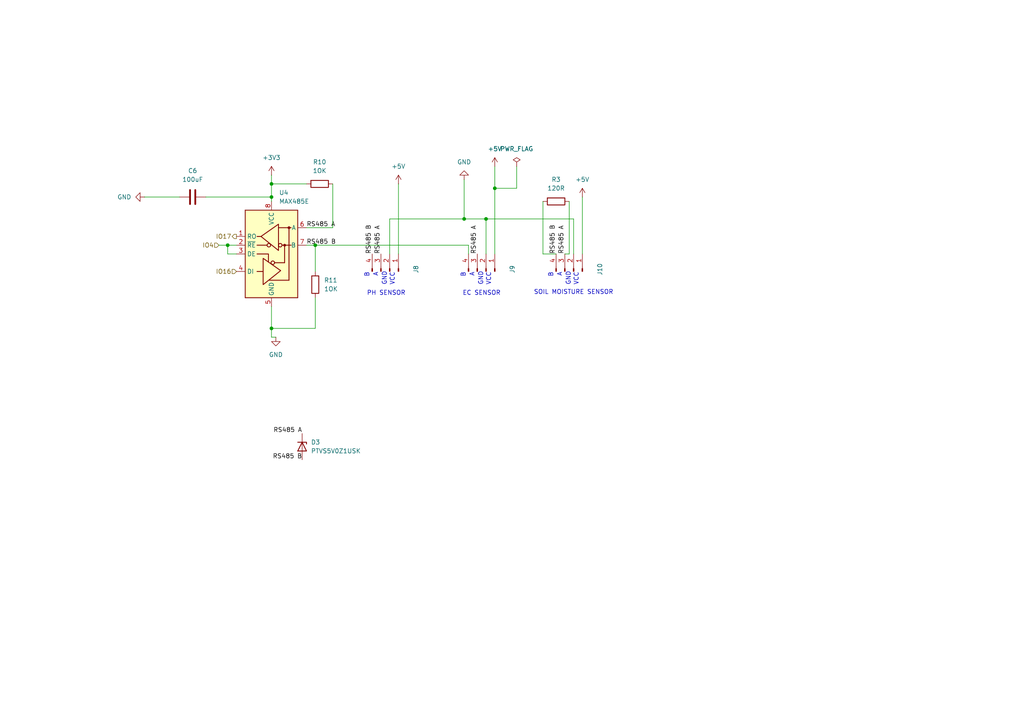
<source format=kicad_sch>
(kicad_sch
	(version 20231120)
	(generator "eeschema")
	(generator_version "8.0")
	(uuid "b5fa1d23-10b7-41e1-868d-50b34809e1ce")
	(paper "A4")
	(title_block
		(title " RS485 Sensors (pH, EC, Soil Moisture)")
		(date "2025-02-20")
		(rev "1")
		(company "ANG ")
		(comment 1 "DESIGNED BY ALLAN  GACHERU")
	)
	(lib_symbols
		(symbol "Connector:Conn_01x04_Pin"
			(pin_names
				(offset 1.016) hide)
			(exclude_from_sim no)
			(in_bom yes)
			(on_board yes)
			(property "Reference" "J"
				(at 0 5.08 0)
				(effects
					(font
						(size 1.27 1.27)
					)
				)
			)
			(property "Value" "Conn_01x04_Pin"
				(at 0 -7.62 0)
				(effects
					(font
						(size 1.27 1.27)
					)
				)
			)
			(property "Footprint" ""
				(at 0 0 0)
				(effects
					(font
						(size 1.27 1.27)
					)
					(hide yes)
				)
			)
			(property "Datasheet" "~"
				(at 0 0 0)
				(effects
					(font
						(size 1.27 1.27)
					)
					(hide yes)
				)
			)
			(property "Description" "Generic connector, single row, 01x04, script generated"
				(at 0 0 0)
				(effects
					(font
						(size 1.27 1.27)
					)
					(hide yes)
				)
			)
			(property "ki_locked" ""
				(at 0 0 0)
				(effects
					(font
						(size 1.27 1.27)
					)
				)
			)
			(property "ki_keywords" "connector"
				(at 0 0 0)
				(effects
					(font
						(size 1.27 1.27)
					)
					(hide yes)
				)
			)
			(property "ki_fp_filters" "Connector*:*_1x??_*"
				(at 0 0 0)
				(effects
					(font
						(size 1.27 1.27)
					)
					(hide yes)
				)
			)
			(symbol "Conn_01x04_Pin_1_1"
				(polyline
					(pts
						(xy 1.27 -5.08) (xy 0.8636 -5.08)
					)
					(stroke
						(width 0.1524)
						(type default)
					)
					(fill
						(type none)
					)
				)
				(polyline
					(pts
						(xy 1.27 -2.54) (xy 0.8636 -2.54)
					)
					(stroke
						(width 0.1524)
						(type default)
					)
					(fill
						(type none)
					)
				)
				(polyline
					(pts
						(xy 1.27 0) (xy 0.8636 0)
					)
					(stroke
						(width 0.1524)
						(type default)
					)
					(fill
						(type none)
					)
				)
				(polyline
					(pts
						(xy 1.27 2.54) (xy 0.8636 2.54)
					)
					(stroke
						(width 0.1524)
						(type default)
					)
					(fill
						(type none)
					)
				)
				(rectangle
					(start 0.8636 -4.953)
					(end 0 -5.207)
					(stroke
						(width 0.1524)
						(type default)
					)
					(fill
						(type outline)
					)
				)
				(rectangle
					(start 0.8636 -2.413)
					(end 0 -2.667)
					(stroke
						(width 0.1524)
						(type default)
					)
					(fill
						(type outline)
					)
				)
				(rectangle
					(start 0.8636 0.127)
					(end 0 -0.127)
					(stroke
						(width 0.1524)
						(type default)
					)
					(fill
						(type outline)
					)
				)
				(rectangle
					(start 0.8636 2.667)
					(end 0 2.413)
					(stroke
						(width 0.1524)
						(type default)
					)
					(fill
						(type outline)
					)
				)
				(pin passive line
					(at 5.08 2.54 180)
					(length 3.81)
					(name "Pin_1"
						(effects
							(font
								(size 1.27 1.27)
							)
						)
					)
					(number "1"
						(effects
							(font
								(size 1.27 1.27)
							)
						)
					)
				)
				(pin passive line
					(at 5.08 0 180)
					(length 3.81)
					(name "Pin_2"
						(effects
							(font
								(size 1.27 1.27)
							)
						)
					)
					(number "2"
						(effects
							(font
								(size 1.27 1.27)
							)
						)
					)
				)
				(pin passive line
					(at 5.08 -2.54 180)
					(length 3.81)
					(name "Pin_3"
						(effects
							(font
								(size 1.27 1.27)
							)
						)
					)
					(number "3"
						(effects
							(font
								(size 1.27 1.27)
							)
						)
					)
				)
				(pin passive line
					(at 5.08 -5.08 180)
					(length 3.81)
					(name "Pin_4"
						(effects
							(font
								(size 1.27 1.27)
							)
						)
					)
					(number "4"
						(effects
							(font
								(size 1.27 1.27)
							)
						)
					)
				)
			)
		)
		(symbol "Device:C"
			(pin_numbers hide)
			(pin_names
				(offset 0.254)
			)
			(exclude_from_sim no)
			(in_bom yes)
			(on_board yes)
			(property "Reference" "C"
				(at 0.635 2.54 0)
				(effects
					(font
						(size 1.27 1.27)
					)
					(justify left)
				)
			)
			(property "Value" "C"
				(at 0.635 -2.54 0)
				(effects
					(font
						(size 1.27 1.27)
					)
					(justify left)
				)
			)
			(property "Footprint" ""
				(at 0.9652 -3.81 0)
				(effects
					(font
						(size 1.27 1.27)
					)
					(hide yes)
				)
			)
			(property "Datasheet" "~"
				(at 0 0 0)
				(effects
					(font
						(size 1.27 1.27)
					)
					(hide yes)
				)
			)
			(property "Description" "Unpolarized capacitor"
				(at 0 0 0)
				(effects
					(font
						(size 1.27 1.27)
					)
					(hide yes)
				)
			)
			(property "ki_keywords" "cap capacitor"
				(at 0 0 0)
				(effects
					(font
						(size 1.27 1.27)
					)
					(hide yes)
				)
			)
			(property "ki_fp_filters" "C_*"
				(at 0 0 0)
				(effects
					(font
						(size 1.27 1.27)
					)
					(hide yes)
				)
			)
			(symbol "C_0_1"
				(polyline
					(pts
						(xy -2.032 -0.762) (xy 2.032 -0.762)
					)
					(stroke
						(width 0.508)
						(type default)
					)
					(fill
						(type none)
					)
				)
				(polyline
					(pts
						(xy -2.032 0.762) (xy 2.032 0.762)
					)
					(stroke
						(width 0.508)
						(type default)
					)
					(fill
						(type none)
					)
				)
			)
			(symbol "C_1_1"
				(pin passive line
					(at 0 3.81 270)
					(length 2.794)
					(name "~"
						(effects
							(font
								(size 1.27 1.27)
							)
						)
					)
					(number "1"
						(effects
							(font
								(size 1.27 1.27)
							)
						)
					)
				)
				(pin passive line
					(at 0 -3.81 90)
					(length 2.794)
					(name "~"
						(effects
							(font
								(size 1.27 1.27)
							)
						)
					)
					(number "2"
						(effects
							(font
								(size 1.27 1.27)
							)
						)
					)
				)
			)
		)
		(symbol "Device:R"
			(pin_numbers hide)
			(pin_names
				(offset 0)
			)
			(exclude_from_sim no)
			(in_bom yes)
			(on_board yes)
			(property "Reference" "R"
				(at 2.032 0 90)
				(effects
					(font
						(size 1.27 1.27)
					)
				)
			)
			(property "Value" "R"
				(at 0 0 90)
				(effects
					(font
						(size 1.27 1.27)
					)
				)
			)
			(property "Footprint" ""
				(at -1.778 0 90)
				(effects
					(font
						(size 1.27 1.27)
					)
					(hide yes)
				)
			)
			(property "Datasheet" "~"
				(at 0 0 0)
				(effects
					(font
						(size 1.27 1.27)
					)
					(hide yes)
				)
			)
			(property "Description" "Resistor"
				(at 0 0 0)
				(effects
					(font
						(size 1.27 1.27)
					)
					(hide yes)
				)
			)
			(property "ki_keywords" "R res resistor"
				(at 0 0 0)
				(effects
					(font
						(size 1.27 1.27)
					)
					(hide yes)
				)
			)
			(property "ki_fp_filters" "R_*"
				(at 0 0 0)
				(effects
					(font
						(size 1.27 1.27)
					)
					(hide yes)
				)
			)
			(symbol "R_0_1"
				(rectangle
					(start -1.016 -2.54)
					(end 1.016 2.54)
					(stroke
						(width 0.254)
						(type default)
					)
					(fill
						(type none)
					)
				)
			)
			(symbol "R_1_1"
				(pin passive line
					(at 0 3.81 270)
					(length 1.27)
					(name "~"
						(effects
							(font
								(size 1.27 1.27)
							)
						)
					)
					(number "1"
						(effects
							(font
								(size 1.27 1.27)
							)
						)
					)
				)
				(pin passive line
					(at 0 -3.81 90)
					(length 1.27)
					(name "~"
						(effects
							(font
								(size 1.27 1.27)
							)
						)
					)
					(number "2"
						(effects
							(font
								(size 1.27 1.27)
							)
						)
					)
				)
			)
		)
		(symbol "Diode:PTVS5V0Z1USK"
			(pin_numbers hide)
			(pin_names hide)
			(exclude_from_sim no)
			(in_bom yes)
			(on_board yes)
			(property "Reference" "D"
				(at 0 2.54 0)
				(effects
					(font
						(size 1.27 1.27)
					)
				)
			)
			(property "Value" "PTVS5V0Z1USK"
				(at 0 -2.54 0)
				(effects
					(font
						(size 1.27 1.27)
					)
				)
			)
			(property "Footprint" "Diode_SMD:Nexperia_DSN1608-2_1.6x0.8mm"
				(at 0 -4.445 0)
				(effects
					(font
						(size 1.27 1.27)
					)
					(hide yes)
				)
			)
			(property "Datasheet" "https://assets.nexperia.com/documents/data-sheet/PTVS5V0Z1USK.pdf"
				(at 0 0 0)
				(effects
					(font
						(size 1.27 1.27)
					)
					(hide yes)
				)
			)
			(property "Description" "5V, 1200W TVS unidirectional diode, DSN1608-2"
				(at 0 0 0)
				(effects
					(font
						(size 1.27 1.27)
					)
					(hide yes)
				)
			)
			(property "ki_keywords" "TVS diode"
				(at 0 0 0)
				(effects
					(font
						(size 1.27 1.27)
					)
					(hide yes)
				)
			)
			(property "ki_fp_filters" "*DSN1608?2*"
				(at 0 0 0)
				(effects
					(font
						(size 1.27 1.27)
					)
					(hide yes)
				)
			)
			(symbol "PTVS5V0Z1USK_0_1"
				(polyline
					(pts
						(xy 1.27 0) (xy -1.27 0)
					)
					(stroke
						(width 0)
						(type default)
					)
					(fill
						(type none)
					)
				)
				(polyline
					(pts
						(xy -1.27 -1.27) (xy -1.27 1.27) (xy -0.762 1.27)
					)
					(stroke
						(width 0.254)
						(type default)
					)
					(fill
						(type none)
					)
				)
				(polyline
					(pts
						(xy 1.27 -1.27) (xy 1.27 1.27) (xy -1.27 0) (xy 1.27 -1.27)
					)
					(stroke
						(width 0.254)
						(type default)
					)
					(fill
						(type none)
					)
				)
			)
			(symbol "PTVS5V0Z1USK_1_1"
				(pin passive line
					(at -3.81 0 0)
					(length 2.54)
					(name "K"
						(effects
							(font
								(size 1.27 1.27)
							)
						)
					)
					(number "1"
						(effects
							(font
								(size 1.27 1.27)
							)
						)
					)
				)
				(pin passive line
					(at 3.81 0 180)
					(length 2.54)
					(name "A"
						(effects
							(font
								(size 1.27 1.27)
							)
						)
					)
					(number "2"
						(effects
							(font
								(size 1.27 1.27)
							)
						)
					)
				)
			)
		)
		(symbol "Interface_UART:MAX485E"
			(exclude_from_sim no)
			(in_bom yes)
			(on_board yes)
			(property "Reference" "U"
				(at -6.985 13.97 0)
				(effects
					(font
						(size 1.27 1.27)
					)
				)
			)
			(property "Value" "MAX485E"
				(at 1.905 13.97 0)
				(effects
					(font
						(size 1.27 1.27)
					)
					(justify left)
				)
			)
			(property "Footprint" "Package_SO:SOIC-8_3.9x4.9mm_P1.27mm"
				(at 0 -22.86 0)
				(effects
					(font
						(size 1.27 1.27)
					)
					(hide yes)
				)
			)
			(property "Datasheet" "https://datasheets.maximintegrated.com/en/ds/MAX1487E-MAX491E.pdf"
				(at 0 1.27 0)
				(effects
					(font
						(size 1.27 1.27)
					)
					(hide yes)
				)
			)
			(property "Description" "Half duplex RS-485/RS-422, 2.5 Mbps, ±15kV electro-static discharge (ESD) protection, no slew-rate, no low-power shutdown, with receiver/driver enable, 32 receiver drive capability, DIP-8 and SOIC-8"
				(at 0 0 0)
				(effects
					(font
						(size 1.27 1.27)
					)
					(hide yes)
				)
			)
			(property "ki_keywords" "transceiver"
				(at 0 0 0)
				(effects
					(font
						(size 1.27 1.27)
					)
					(hide yes)
				)
			)
			(property "ki_fp_filters" "DIP*W7.62mm* SOIC*3.9x4.9mm*P1.27mm*"
				(at 0 0 0)
				(effects
					(font
						(size 1.27 1.27)
					)
					(hide yes)
				)
			)
			(symbol "MAX485E_0_1"
				(rectangle
					(start -7.62 12.7)
					(end 7.62 -12.7)
					(stroke
						(width 0.254)
						(type default)
					)
					(fill
						(type background)
					)
				)
				(polyline
					(pts
						(xy -4.191 2.54) (xy -1.27 2.54)
					)
					(stroke
						(width 0.254)
						(type default)
					)
					(fill
						(type none)
					)
				)
				(polyline
					(pts
						(xy -2.54 -5.08) (xy -4.191 -5.08)
					)
					(stroke
						(width 0.254)
						(type default)
					)
					(fill
						(type none)
					)
				)
				(polyline
					(pts
						(xy -0.635 -7.62) (xy 5.08 -7.62)
					)
					(stroke
						(width 0.254)
						(type default)
					)
					(fill
						(type none)
					)
				)
				(polyline
					(pts
						(xy 0.889 -2.54) (xy 3.81 -2.54)
					)
					(stroke
						(width 0.254)
						(type default)
					)
					(fill
						(type none)
					)
				)
				(polyline
					(pts
						(xy 2.032 7.62) (xy 5.715 7.62)
					)
					(stroke
						(width 0.254)
						(type default)
					)
					(fill
						(type none)
					)
				)
				(polyline
					(pts
						(xy 3.048 2.54) (xy 5.715 2.54)
					)
					(stroke
						(width 0.254)
						(type default)
					)
					(fill
						(type none)
					)
				)
				(polyline
					(pts
						(xy 3.81 -2.54) (xy 3.81 2.54)
					)
					(stroke
						(width 0.254)
						(type default)
					)
					(fill
						(type none)
					)
				)
				(polyline
					(pts
						(xy 5.08 -7.62) (xy 5.08 7.62)
					)
					(stroke
						(width 0.254)
						(type default)
					)
					(fill
						(type none)
					)
				)
				(polyline
					(pts
						(xy -4.191 0) (xy -0.889 0) (xy -0.889 -2.286)
					)
					(stroke
						(width 0.254)
						(type default)
					)
					(fill
						(type none)
					)
				)
				(polyline
					(pts
						(xy -3.175 5.08) (xy -4.191 5.08) (xy -4.064 5.08)
					)
					(stroke
						(width 0.254)
						(type default)
					)
					(fill
						(type none)
					)
				)
				(polyline
					(pts
						(xy -2.413 -5.08) (xy -2.413 -1.27) (xy 2.667 -4.826) (xy -2.413 -8.89) (xy -2.413 -5.08)
					)
					(stroke
						(width 0.254)
						(type default)
					)
					(fill
						(type none)
					)
				)
				(circle
					(center 0.381 -2.54)
					(radius 0.508)
					(stroke
						(width 0.254)
						(type default)
					)
					(fill
						(type none)
					)
				)
				(circle
					(center 3.81 2.54)
					(radius 0.2794)
					(stroke
						(width 0.254)
						(type default)
					)
					(fill
						(type outline)
					)
				)
			)
			(symbol "MAX485E_1_1"
				(circle
					(center -0.762 2.54)
					(radius 0.508)
					(stroke
						(width 0.254)
						(type default)
					)
					(fill
						(type none)
					)
				)
				(polyline
					(pts
						(xy 2.032 4.826) (xy 2.032 8.636) (xy -3.048 5.08) (xy 2.032 1.016) (xy 2.032 4.826)
					)
					(stroke
						(width 0.254)
						(type default)
					)
					(fill
						(type none)
					)
				)
				(circle
					(center 2.54 2.54)
					(radius 0.508)
					(stroke
						(width 0.254)
						(type default)
					)
					(fill
						(type none)
					)
				)
				(circle
					(center 5.08 7.62)
					(radius 0.2794)
					(stroke
						(width 0.254)
						(type default)
					)
					(fill
						(type outline)
					)
				)
				(pin output line
					(at -10.16 5.08 0)
					(length 2.54)
					(name "RO"
						(effects
							(font
								(size 1.27 1.27)
							)
						)
					)
					(number "1"
						(effects
							(font
								(size 1.27 1.27)
							)
						)
					)
				)
				(pin input line
					(at -10.16 2.54 0)
					(length 2.54)
					(name "~{RE}"
						(effects
							(font
								(size 1.27 1.27)
							)
						)
					)
					(number "2"
						(effects
							(font
								(size 1.27 1.27)
							)
						)
					)
				)
				(pin input line
					(at -10.16 0 0)
					(length 2.54)
					(name "DE"
						(effects
							(font
								(size 1.27 1.27)
							)
						)
					)
					(number "3"
						(effects
							(font
								(size 1.27 1.27)
							)
						)
					)
				)
				(pin input line
					(at -10.16 -5.08 0)
					(length 2.54)
					(name "DI"
						(effects
							(font
								(size 1.27 1.27)
							)
						)
					)
					(number "4"
						(effects
							(font
								(size 1.27 1.27)
							)
						)
					)
				)
				(pin power_in line
					(at 0 -15.24 90)
					(length 2.54)
					(name "GND"
						(effects
							(font
								(size 1.27 1.27)
							)
						)
					)
					(number "5"
						(effects
							(font
								(size 1.27 1.27)
							)
						)
					)
				)
				(pin bidirectional line
					(at 10.16 7.62 180)
					(length 2.54)
					(name "A"
						(effects
							(font
								(size 1.27 1.27)
							)
						)
					)
					(number "6"
						(effects
							(font
								(size 1.27 1.27)
							)
						)
					)
				)
				(pin bidirectional line
					(at 10.16 2.54 180)
					(length 2.54)
					(name "B"
						(effects
							(font
								(size 1.27 1.27)
							)
						)
					)
					(number "7"
						(effects
							(font
								(size 1.27 1.27)
							)
						)
					)
				)
				(pin power_in line
					(at 0 15.24 270)
					(length 2.54)
					(name "VCC"
						(effects
							(font
								(size 1.27 1.27)
							)
						)
					)
					(number "8"
						(effects
							(font
								(size 1.27 1.27)
							)
						)
					)
				)
			)
		)
		(symbol "power:+1V0"
			(power)
			(pin_numbers hide)
			(pin_names
				(offset 0) hide)
			(exclude_from_sim no)
			(in_bom yes)
			(on_board yes)
			(property "Reference" "#PWR"
				(at 0 -3.81 0)
				(effects
					(font
						(size 1.27 1.27)
					)
					(hide yes)
				)
			)
			(property "Value" "+1V0"
				(at 0 3.556 0)
				(effects
					(font
						(size 1.27 1.27)
					)
				)
			)
			(property "Footprint" ""
				(at 0 0 0)
				(effects
					(font
						(size 1.27 1.27)
					)
					(hide yes)
				)
			)
			(property "Datasheet" ""
				(at 0 0 0)
				(effects
					(font
						(size 1.27 1.27)
					)
					(hide yes)
				)
			)
			(property "Description" "Power symbol creates a global label with name \"+1V0\""
				(at 0 0 0)
				(effects
					(font
						(size 1.27 1.27)
					)
					(hide yes)
				)
			)
			(property "ki_keywords" "global power"
				(at 0 0 0)
				(effects
					(font
						(size 1.27 1.27)
					)
					(hide yes)
				)
			)
			(symbol "+1V0_0_1"
				(polyline
					(pts
						(xy -0.762 1.27) (xy 0 2.54)
					)
					(stroke
						(width 0)
						(type default)
					)
					(fill
						(type none)
					)
				)
				(polyline
					(pts
						(xy 0 0) (xy 0 2.54)
					)
					(stroke
						(width 0)
						(type default)
					)
					(fill
						(type none)
					)
				)
				(polyline
					(pts
						(xy 0 2.54) (xy 0.762 1.27)
					)
					(stroke
						(width 0)
						(type default)
					)
					(fill
						(type none)
					)
				)
			)
			(symbol "+1V0_1_1"
				(pin power_in line
					(at 0 0 90)
					(length 0)
					(name "~"
						(effects
							(font
								(size 1.27 1.27)
							)
						)
					)
					(number "1"
						(effects
							(font
								(size 1.27 1.27)
							)
						)
					)
				)
			)
		)
		(symbol "power:GND"
			(power)
			(pin_numbers hide)
			(pin_names
				(offset 0) hide)
			(exclude_from_sim no)
			(in_bom yes)
			(on_board yes)
			(property "Reference" "#PWR"
				(at 0 -6.35 0)
				(effects
					(font
						(size 1.27 1.27)
					)
					(hide yes)
				)
			)
			(property "Value" "GND"
				(at 0 -3.81 0)
				(effects
					(font
						(size 1.27 1.27)
					)
				)
			)
			(property "Footprint" ""
				(at 0 0 0)
				(effects
					(font
						(size 1.27 1.27)
					)
					(hide yes)
				)
			)
			(property "Datasheet" ""
				(at 0 0 0)
				(effects
					(font
						(size 1.27 1.27)
					)
					(hide yes)
				)
			)
			(property "Description" "Power symbol creates a global label with name \"GND\" , ground"
				(at 0 0 0)
				(effects
					(font
						(size 1.27 1.27)
					)
					(hide yes)
				)
			)
			(property "ki_keywords" "global power"
				(at 0 0 0)
				(effects
					(font
						(size 1.27 1.27)
					)
					(hide yes)
				)
			)
			(symbol "GND_0_1"
				(polyline
					(pts
						(xy 0 0) (xy 0 -1.27) (xy 1.27 -1.27) (xy 0 -2.54) (xy -1.27 -1.27) (xy 0 -1.27)
					)
					(stroke
						(width 0)
						(type default)
					)
					(fill
						(type none)
					)
				)
			)
			(symbol "GND_1_1"
				(pin power_in line
					(at 0 0 270)
					(length 0)
					(name "~"
						(effects
							(font
								(size 1.27 1.27)
							)
						)
					)
					(number "1"
						(effects
							(font
								(size 1.27 1.27)
							)
						)
					)
				)
			)
		)
		(symbol "power:PWR_FLAG"
			(power)
			(pin_numbers hide)
			(pin_names
				(offset 0) hide)
			(exclude_from_sim no)
			(in_bom yes)
			(on_board yes)
			(property "Reference" "#FLG"
				(at 0 1.905 0)
				(effects
					(font
						(size 1.27 1.27)
					)
					(hide yes)
				)
			)
			(property "Value" "PWR_FLAG"
				(at 0 3.81 0)
				(effects
					(font
						(size 1.27 1.27)
					)
				)
			)
			(property "Footprint" ""
				(at 0 0 0)
				(effects
					(font
						(size 1.27 1.27)
					)
					(hide yes)
				)
			)
			(property "Datasheet" "~"
				(at 0 0 0)
				(effects
					(font
						(size 1.27 1.27)
					)
					(hide yes)
				)
			)
			(property "Description" "Special symbol for telling ERC where power comes from"
				(at 0 0 0)
				(effects
					(font
						(size 1.27 1.27)
					)
					(hide yes)
				)
			)
			(property "ki_keywords" "flag power"
				(at 0 0 0)
				(effects
					(font
						(size 1.27 1.27)
					)
					(hide yes)
				)
			)
			(symbol "PWR_FLAG_0_0"
				(pin power_out line
					(at 0 0 90)
					(length 0)
					(name "~"
						(effects
							(font
								(size 1.27 1.27)
							)
						)
					)
					(number "1"
						(effects
							(font
								(size 1.27 1.27)
							)
						)
					)
				)
			)
			(symbol "PWR_FLAG_0_1"
				(polyline
					(pts
						(xy 0 0) (xy 0 1.27) (xy -1.016 1.905) (xy 0 2.54) (xy 1.016 1.905) (xy 0 1.27)
					)
					(stroke
						(width 0)
						(type default)
					)
					(fill
						(type none)
					)
				)
			)
		)
	)
	(junction
		(at 134.62 63.5)
		(diameter 0)
		(color 0 0 0 0)
		(uuid "1085b488-21eb-4a88-bb75-a1493d43da03")
	)
	(junction
		(at 91.44 71.12)
		(diameter 0)
		(color 0 0 0 0)
		(uuid "2deda5e0-2945-4575-81fc-1d6c61825293")
	)
	(junction
		(at 78.74 57.15)
		(diameter 0)
		(color 0 0 0 0)
		(uuid "3e3f5689-109c-4e8e-b105-845b7782ff1b")
	)
	(junction
		(at 78.74 53.34)
		(diameter 0)
		(color 0 0 0 0)
		(uuid "696c949e-1fe2-487c-bfef-5c3aa04af349")
	)
	(junction
		(at 140.97 63.5)
		(diameter 0)
		(color 0 0 0 0)
		(uuid "6d753c2a-7989-40c3-a5ef-543f40d8cac6")
	)
	(junction
		(at 143.51 54.61)
		(diameter 0)
		(color 0 0 0 0)
		(uuid "72541d5f-752c-4ec0-864b-a404168710f8")
	)
	(junction
		(at 66.04 71.12)
		(diameter 0)
		(color 0 0 0 0)
		(uuid "79fe9eff-b7d8-4655-9e43-4c5100aa4f13")
	)
	(junction
		(at 78.74 95.25)
		(diameter 0)
		(color 0 0 0 0)
		(uuid "d1e63003-5622-4429-aaac-15b8160eb78b")
	)
	(wire
		(pts
			(xy 115.57 53.34) (xy 115.57 73.66)
		)
		(stroke
			(width 0)
			(type default)
		)
		(uuid "042de40f-7559-4795-b226-06f247acca74")
	)
	(wire
		(pts
			(xy 134.62 52.07) (xy 134.62 63.5)
		)
		(stroke
			(width 0)
			(type default)
		)
		(uuid "06545651-97a2-4679-82e8-53dd66fd7c64")
	)
	(wire
		(pts
			(xy 78.74 53.34) (xy 78.74 57.15)
		)
		(stroke
			(width 0)
			(type default)
		)
		(uuid "12e4760f-eefd-464c-acb4-cbe24704d31f")
	)
	(wire
		(pts
			(xy 165.1 73.66) (xy 163.83 73.66)
		)
		(stroke
			(width 0)
			(type default)
		)
		(uuid "14d60695-7c0f-4a04-a5e5-5c8422f1c08b")
	)
	(wire
		(pts
			(xy 91.44 71.12) (xy 135.89 71.12)
		)
		(stroke
			(width 0)
			(type default)
		)
		(uuid "22932c8f-c9f6-499d-9b29-98e8a196ec80")
	)
	(wire
		(pts
			(xy 96.52 66.04) (xy 88.9 66.04)
		)
		(stroke
			(width 0)
			(type default)
		)
		(uuid "25539964-943a-4411-8e53-72dcf7d21346")
	)
	(wire
		(pts
			(xy 166.37 63.5) (xy 140.97 63.5)
		)
		(stroke
			(width 0)
			(type default)
		)
		(uuid "257d1ea0-2f3a-4dec-a518-5478b2960c65")
	)
	(wire
		(pts
			(xy 63.5 71.12) (xy 66.04 71.12)
		)
		(stroke
			(width 0)
			(type default)
		)
		(uuid "2b2b6ef8-7fa7-47c5-a054-5eb2bda89611")
	)
	(wire
		(pts
			(xy 91.44 86.36) (xy 91.44 95.25)
		)
		(stroke
			(width 0)
			(type default)
		)
		(uuid "32e63057-2e61-4fd0-8a83-951ab4f0db85")
	)
	(wire
		(pts
			(xy 59.69 57.15) (xy 78.74 57.15)
		)
		(stroke
			(width 0)
			(type default)
		)
		(uuid "3326a816-e30c-4d6f-b11d-d40b571d3043")
	)
	(wire
		(pts
			(xy 91.44 71.12) (xy 88.9 71.12)
		)
		(stroke
			(width 0)
			(type default)
		)
		(uuid "3de4489e-1b87-416e-8501-8b77f1ecd1aa")
	)
	(wire
		(pts
			(xy 149.86 54.61) (xy 143.51 54.61)
		)
		(stroke
			(width 0)
			(type default)
		)
		(uuid "40913eab-2ede-4f14-8bd4-d0edcafe8115")
	)
	(wire
		(pts
			(xy 134.62 63.5) (xy 140.97 63.5)
		)
		(stroke
			(width 0)
			(type default)
		)
		(uuid "448e4437-7e85-4b66-9922-05705429292e")
	)
	(wire
		(pts
			(xy 78.74 50.8) (xy 78.74 53.34)
		)
		(stroke
			(width 0)
			(type default)
		)
		(uuid "4690f0b4-d58c-43ec-8ec5-446607a881a3")
	)
	(wire
		(pts
			(xy 149.86 48.26) (xy 149.86 54.61)
		)
		(stroke
			(width 0)
			(type default)
		)
		(uuid "4883127c-1727-404f-a09e-c3e4d1b0bab6")
	)
	(wire
		(pts
			(xy 78.74 95.25) (xy 78.74 97.79)
		)
		(stroke
			(width 0)
			(type default)
		)
		(uuid "4a9ccb45-65c3-405e-b247-0f49c06e7cd3")
	)
	(wire
		(pts
			(xy 78.74 97.79) (xy 80.01 97.79)
		)
		(stroke
			(width 0)
			(type default)
		)
		(uuid "573abe4f-b9cf-4a50-9ee3-a55b46569ead")
	)
	(wire
		(pts
			(xy 96.52 53.34) (xy 96.52 66.04)
		)
		(stroke
			(width 0)
			(type default)
		)
		(uuid "581c6a4f-a662-4555-b023-21d2ab45da47")
	)
	(wire
		(pts
			(xy 143.51 54.61) (xy 143.51 73.66)
		)
		(stroke
			(width 0)
			(type default)
		)
		(uuid "5e6b94d0-231c-4b15-b878-f98a98bfa2dc")
	)
	(wire
		(pts
			(xy 157.48 73.66) (xy 161.29 73.66)
		)
		(stroke
			(width 0)
			(type default)
		)
		(uuid "668253ec-6547-4392-bc8d-165bb2ea76f2")
	)
	(wire
		(pts
			(xy 143.51 48.26) (xy 143.51 54.61)
		)
		(stroke
			(width 0)
			(type default)
		)
		(uuid "7948c3f3-a03b-4de9-9905-148e7ba053ea")
	)
	(wire
		(pts
			(xy 140.97 63.5) (xy 140.97 73.66)
		)
		(stroke
			(width 0)
			(type default)
		)
		(uuid "7fbd5f1d-2dc4-4799-84e2-ee1d3c4be771")
	)
	(wire
		(pts
			(xy 88.9 53.34) (xy 78.74 53.34)
		)
		(stroke
			(width 0)
			(type default)
		)
		(uuid "820b2b0d-ff3e-4ab2-8d01-07c09b6f7c00")
	)
	(wire
		(pts
			(xy 41.91 57.15) (xy 52.07 57.15)
		)
		(stroke
			(width 0)
			(type default)
		)
		(uuid "82a40a88-7008-44f9-af6f-6421498ea264")
	)
	(wire
		(pts
			(xy 157.48 58.42) (xy 157.48 73.66)
		)
		(stroke
			(width 0)
			(type default)
		)
		(uuid "92c8840d-4283-4152-ba3b-4ea50c2d35ff")
	)
	(wire
		(pts
			(xy 113.03 63.5) (xy 134.62 63.5)
		)
		(stroke
			(width 0)
			(type default)
		)
		(uuid "93ed7ea2-0ec1-434a-a3b3-e3286b870389")
	)
	(wire
		(pts
			(xy 91.44 78.74) (xy 91.44 71.12)
		)
		(stroke
			(width 0)
			(type default)
		)
		(uuid "955beac5-a276-4bfa-9979-2a99dc295b1a")
	)
	(wire
		(pts
			(xy 135.89 71.12) (xy 135.89 73.66)
		)
		(stroke
			(width 0)
			(type default)
		)
		(uuid "a8c88c94-3b54-41a4-a7dc-02751b46e48a")
	)
	(wire
		(pts
			(xy 78.74 57.15) (xy 78.74 58.42)
		)
		(stroke
			(width 0)
			(type default)
		)
		(uuid "adf91a13-5bb6-42c0-b289-5d8a17a95067")
	)
	(wire
		(pts
			(xy 166.37 73.66) (xy 166.37 63.5)
		)
		(stroke
			(width 0)
			(type default)
		)
		(uuid "ae745865-7404-4ba9-8430-e009a1c53f91")
	)
	(wire
		(pts
			(xy 66.04 71.12) (xy 68.58 71.12)
		)
		(stroke
			(width 0)
			(type default)
		)
		(uuid "ae90bb37-d990-492c-a125-1d1013534ba5")
	)
	(wire
		(pts
			(xy 113.03 73.66) (xy 113.03 63.5)
		)
		(stroke
			(width 0)
			(type default)
		)
		(uuid "bbc4b84d-45bc-483e-82bc-9dbe92c59b74")
	)
	(wire
		(pts
			(xy 91.44 95.25) (xy 78.74 95.25)
		)
		(stroke
			(width 0)
			(type default)
		)
		(uuid "bbd17aa0-90c2-439f-aaeb-331225d80a9a")
	)
	(wire
		(pts
			(xy 68.58 73.66) (xy 66.04 73.66)
		)
		(stroke
			(width 0)
			(type default)
		)
		(uuid "c233b2b0-bd7d-4003-80e5-076a4fadb088")
	)
	(wire
		(pts
			(xy 66.04 73.66) (xy 66.04 71.12)
		)
		(stroke
			(width 0)
			(type default)
		)
		(uuid "c9c86ba7-07e4-43e1-bdff-a0699babaf77")
	)
	(wire
		(pts
			(xy 168.91 57.15) (xy 168.91 73.66)
		)
		(stroke
			(width 0)
			(type default)
		)
		(uuid "db9b1d66-4cbb-4253-98a6-71bf7b35dbbf")
	)
	(wire
		(pts
			(xy 78.74 88.9) (xy 78.74 95.25)
		)
		(stroke
			(width 0)
			(type default)
		)
		(uuid "f03c0599-6dcd-47dd-bb7a-91e6cf83ed18")
	)
	(wire
		(pts
			(xy 165.1 58.42) (xy 165.1 73.66)
		)
		(stroke
			(width 0)
			(type default)
		)
		(uuid "f2dec63e-cd89-4f59-9a8e-518d49978d2d")
	)
	(text "VCC"
		(exclude_from_sim no)
		(at 167.894 78.994 90)
		(effects
			(font
				(size 1.27 1.27)
			)
			(justify right bottom)
		)
		(uuid "040b3aa1-e745-43e9-ad0f-a0cacd3299e3")
	)
	(text "VCC"
		(exclude_from_sim no)
		(at 114.554 78.994 90)
		(effects
			(font
				(size 1.27 1.27)
			)
			(justify right bottom)
		)
		(uuid "21928e14-cb2d-446b-a7e8-9e8a12f4150c")
	)
	(text "A"
		(exclude_from_sim no)
		(at 109.728 78.994 90)
		(effects
			(font
				(size 1.27 1.27)
			)
			(justify right bottom)
		)
		(uuid "27eb61e0-cf1f-43ee-a4f5-374315c7453e")
	)
	(text "VCC"
		(exclude_from_sim no)
		(at 142.494 78.994 90)
		(effects
			(font
				(size 1.27 1.27)
			)
			(justify right bottom)
		)
		(uuid "3d6806c5-2955-45e7-af41-326cd64ff32d")
	)
	(text "EC SENSOR"
		(exclude_from_sim no)
		(at 139.7 85.09 0)
		(effects
			(font
				(size 1.27 1.27)
			)
		)
		(uuid "4e39ca79-8111-48bf-a712-639fa21e633e")
	)
	(text "GND"
		(exclude_from_sim no)
		(at 112.268 78.74 90)
		(effects
			(font
				(size 1.27 1.27)
			)
			(justify right bottom)
		)
		(uuid "510f5e1b-81b1-477c-9c0e-be9dece59627")
	)
	(text "GND"
		(exclude_from_sim no)
		(at 140.208 78.74 90)
		(effects
			(font
				(size 1.27 1.27)
			)
			(justify right bottom)
		)
		(uuid "65acda2d-0727-4b65-975e-7f4ef1c0e51d")
	)
	(text "A"
		(exclude_from_sim no)
		(at 137.668 78.994 90)
		(effects
			(font
				(size 1.27 1.27)
			)
			(justify right bottom)
		)
		(uuid "69394c8a-bf86-406e-87f5-41564f413296")
	)
	(text "B"
		(exclude_from_sim no)
		(at 135.128 78.994 90)
		(effects
			(font
				(size 1.27 1.27)
			)
			(justify right bottom)
		)
		(uuid "809bbe2d-4c89-440f-8f4f-39beac3c8551")
	)
	(text "B"
		(exclude_from_sim no)
		(at 160.528 78.994 90)
		(effects
			(font
				(size 1.27 1.27)
			)
			(justify right bottom)
		)
		(uuid "9f86be75-6e45-4aa8-88e3-dc59f5351c61")
	)
	(text "GND"
		(exclude_from_sim no)
		(at 165.608 78.74 90)
		(effects
			(font
				(size 1.27 1.27)
			)
			(justify right bottom)
		)
		(uuid "bb5833ef-0408-48ff-b878-9e7ba43a0bee")
	)
	(text "B"
		(exclude_from_sim no)
		(at 107.188 78.994 90)
		(effects
			(font
				(size 1.27 1.27)
			)
			(justify right bottom)
		)
		(uuid "d5fcba34-1f1a-4715-9a77-800d0ef09f5b")
	)
	(text "PH SENSOR"
		(exclude_from_sim no)
		(at 112.014 85.09 0)
		(effects
			(font
				(size 1.27 1.27)
			)
		)
		(uuid "de8a1beb-f3ae-4d0a-bef3-72e00e6a187a")
	)
	(text "SOIL MOISTURE SENSOR"
		(exclude_from_sim no)
		(at 166.37 84.836 0)
		(effects
			(font
				(size 1.27 1.27)
			)
		)
		(uuid "e14f0004-5cf0-4af7-8cd4-844de86d0db7")
	)
	(text "A"
		(exclude_from_sim no)
		(at 163.068 78.994 90)
		(effects
			(font
				(size 1.27 1.27)
			)
			(justify right bottom)
		)
		(uuid "f3768c17-d822-4535-9aa7-a7be355d3524")
	)
	(text "\n"
		(exclude_from_sim no)
		(at 107.95 95.25 0)
		(effects
			(font
				(size 1.27 1.27)
			)
			(justify left bottom)
		)
		(uuid "f9cb5081-21f8-4d93-9b1b-1172c156f568")
	)
	(label "RS485 B"
		(at 107.95 73.66 90)
		(effects
			(font
				(size 1.27 1.27)
			)
			(justify left bottom)
		)
		(uuid "32ee6e61-7dea-448a-8b86-632f73f4d72e")
	)
	(label "RS485 B"
		(at 88.9 71.12 0)
		(effects
			(font
				(size 1.27 1.27)
			)
			(justify left bottom)
		)
		(uuid "44f7d24e-46fb-48e3-a948-8b561cb8d20c")
	)
	(label "RS485 A"
		(at 163.83 73.66 90)
		(effects
			(font
				(size 1.27 1.27)
			)
			(justify left bottom)
		)
		(uuid "552a3e38-425e-429e-b719-1553f5e4b105")
	)
	(label "RS485 A"
		(at 88.9 66.04 0)
		(effects
			(font
				(size 1.27 1.27)
			)
			(justify left bottom)
		)
		(uuid "65a99075-4ea1-4033-a978-09ddfcb3f103")
	)
	(label "RS485 B"
		(at 87.63 133.35 180)
		(effects
			(font
				(size 1.27 1.27)
			)
			(justify right bottom)
		)
		(uuid "74715106-6e99-4cf0-b951-9b3c51f87e9f")
	)
	(label "RS485 B"
		(at 161.29 73.66 90)
		(effects
			(font
				(size 1.27 1.27)
			)
			(justify left bottom)
		)
		(uuid "86adefbf-f828-481f-99f0-c284be93dfd3")
	)
	(label "RS485 A"
		(at 138.43 73.66 90)
		(effects
			(font
				(size 1.27 1.27)
			)
			(justify left bottom)
		)
		(uuid "8aef506b-9e65-404a-aff7-a2cfa9b383a5")
	)
	(label "RS485 A"
		(at 87.63 125.73 180)
		(effects
			(font
				(size 1.27 1.27)
			)
			(justify right bottom)
		)
		(uuid "9ed7af19-7eca-4c33-966c-7cedb47b995f")
	)
	(label "RS485 A"
		(at 110.49 73.66 90)
		(effects
			(font
				(size 1.27 1.27)
			)
			(justify left bottom)
		)
		(uuid "a7092357-4aab-45d9-9765-618dc4d723be")
	)
	(hierarchical_label "IO16"
		(shape input)
		(at 68.58 78.74 180)
		(effects
			(font
				(size 1.27 1.27)
			)
			(justify right)
		)
		(uuid "11e09389-0de1-49c7-90d0-5768c332ff1d")
	)
	(hierarchical_label "IO17"
		(shape output)
		(at 68.58 68.58 180)
		(effects
			(font
				(size 1.27 1.27)
			)
			(justify right)
		)
		(uuid "72007f70-26df-4e15-a7da-e9271cd56b9f")
	)
	(hierarchical_label "IO4"
		(shape input)
		(at 63.5 71.12 180)
		(effects
			(font
				(size 1.27 1.27)
			)
			(justify right)
		)
		(uuid "80ffd52b-1773-4f88-b326-4c5fd9b9ebfa")
	)
	(symbol
		(lib_id "power:+1V0")
		(at 168.91 57.15 0)
		(unit 1)
		(exclude_from_sim no)
		(in_bom yes)
		(on_board yes)
		(dnp no)
		(fields_autoplaced yes)
		(uuid "01396b99-d226-47c1-91e3-3fa4030cefe3")
		(property "Reference" "#PWR017"
			(at 168.91 60.96 0)
			(effects
				(font
					(size 1.27 1.27)
				)
				(hide yes)
			)
		)
		(property "Value" "+5V"
			(at 168.91 52.07 0)
			(effects
				(font
					(size 1.27 1.27)
				)
			)
		)
		(property "Footprint" ""
			(at 168.91 57.15 0)
			(effects
				(font
					(size 1.27 1.27)
				)
				(hide yes)
			)
		)
		(property "Datasheet" ""
			(at 168.91 57.15 0)
			(effects
				(font
					(size 1.27 1.27)
				)
				(hide yes)
			)
		)
		(property "Description" "Power symbol creates a global label with name \"+1V0\""
			(at 168.91 57.15 0)
			(effects
				(font
					(size 1.27 1.27)
				)
				(hide yes)
			)
		)
		(pin "1"
			(uuid "ac4aa04f-3daa-485d-893d-30efdefd304b")
		)
		(instances
			(project "farmty"
				(path "/0fdfe1ab-72bc-4993-b1c2-70ee1668a905/3f48ec66-f479-46df-9d36-0ed0c3c8d61c"
					(reference "#PWR017")
					(unit 1)
				)
			)
		)
	)
	(symbol
		(lib_id "power:+1V0")
		(at 115.57 53.34 0)
		(unit 1)
		(exclude_from_sim no)
		(in_bom yes)
		(on_board yes)
		(dnp no)
		(fields_autoplaced yes)
		(uuid "034b0c5b-dc7e-48ab-839d-9c78faba8c6b")
		(property "Reference" "#PWR016"
			(at 115.57 57.15 0)
			(effects
				(font
					(size 1.27 1.27)
				)
				(hide yes)
			)
		)
		(property "Value" "+5V"
			(at 115.57 48.26 0)
			(effects
				(font
					(size 1.27 1.27)
				)
			)
		)
		(property "Footprint" ""
			(at 115.57 53.34 0)
			(effects
				(font
					(size 1.27 1.27)
				)
				(hide yes)
			)
		)
		(property "Datasheet" ""
			(at 115.57 53.34 0)
			(effects
				(font
					(size 1.27 1.27)
				)
				(hide yes)
			)
		)
		(property "Description" "Power symbol creates a global label with name \"+1V0\""
			(at 115.57 53.34 0)
			(effects
				(font
					(size 1.27 1.27)
				)
				(hide yes)
			)
		)
		(pin "1"
			(uuid "b2966c87-b80b-4bdf-a022-a38d016bf536")
		)
		(instances
			(project "farmty"
				(path "/0fdfe1ab-72bc-4993-b1c2-70ee1668a905/3f48ec66-f479-46df-9d36-0ed0c3c8d61c"
					(reference "#PWR016")
					(unit 1)
				)
			)
		)
	)
	(symbol
		(lib_id "Connector:Conn_01x04_Pin")
		(at 140.97 78.74 270)
		(mirror x)
		(unit 1)
		(exclude_from_sim no)
		(in_bom yes)
		(on_board yes)
		(dnp no)
		(uuid "2154371f-3e18-4bfb-adb2-13edd27192ef")
		(property "Reference" "J9"
			(at 148.59 78.105 0)
			(effects
				(font
					(size 1.27 1.27)
				)
			)
		)
		(property "Value" "Conn_01x04_Pin"
			(at 146.05 78.105 0)
			(effects
				(font
					(size 1.27 1.27)
				)
				(hide yes)
			)
		)
		(property "Footprint" "Connector_PinHeader_2.54mm:PinHeader_1x04_P2.54mm_Vertical"
			(at 140.97 78.74 0)
			(effects
				(font
					(size 1.27 1.27)
				)
				(hide yes)
			)
		)
		(property "Datasheet" "~"
			(at 140.97 78.74 0)
			(effects
				(font
					(size 1.27 1.27)
				)
				(hide yes)
			)
		)
		(property "Description" "Generic connector, single row, 01x04, script generated"
			(at 140.97 78.74 0)
			(effects
				(font
					(size 1.27 1.27)
				)
				(hide yes)
			)
		)
		(pin "2"
			(uuid "f24640a1-de5b-4e2b-af66-90bd0b1b818f")
		)
		(pin "1"
			(uuid "750ccb69-f57a-47b3-95f3-51eab1d79402")
		)
		(pin "4"
			(uuid "6e2125fa-19fe-4e56-8de3-840524ca4874")
		)
		(pin "3"
			(uuid "de86ed4a-1f8f-48ce-8d9e-9773c46c33bc")
		)
		(instances
			(project "farmty"
				(path "/0fdfe1ab-72bc-4993-b1c2-70ee1668a905/3f48ec66-f479-46df-9d36-0ed0c3c8d61c"
					(reference "J9")
					(unit 1)
				)
			)
		)
	)
	(symbol
		(lib_id "power:GND")
		(at 41.91 57.15 270)
		(unit 1)
		(exclude_from_sim no)
		(in_bom yes)
		(on_board yes)
		(dnp no)
		(fields_autoplaced yes)
		(uuid "2aab3212-8dc8-4325-a294-a7d8762eabac")
		(property "Reference" "#PWR035"
			(at 35.56 57.15 0)
			(effects
				(font
					(size 1.27 1.27)
				)
				(hide yes)
			)
		)
		(property "Value" "GND"
			(at 38.1 57.1499 90)
			(effects
				(font
					(size 1.27 1.27)
				)
				(justify right)
			)
		)
		(property "Footprint" ""
			(at 41.91 57.15 0)
			(effects
				(font
					(size 1.27 1.27)
				)
				(hide yes)
			)
		)
		(property "Datasheet" ""
			(at 41.91 57.15 0)
			(effects
				(font
					(size 1.27 1.27)
				)
				(hide yes)
			)
		)
		(property "Description" "Power symbol creates a global label with name \"GND\" , ground"
			(at 41.91 57.15 0)
			(effects
				(font
					(size 1.27 1.27)
				)
				(hide yes)
			)
		)
		(pin "1"
			(uuid "48260d69-1f7a-4663-b2b2-8a94322db6f5")
		)
		(instances
			(project ""
				(path "/0fdfe1ab-72bc-4993-b1c2-70ee1668a905/3f48ec66-f479-46df-9d36-0ed0c3c8d61c"
					(reference "#PWR035")
					(unit 1)
				)
			)
		)
	)
	(symbol
		(lib_id "Device:R")
		(at 91.44 82.55 180)
		(unit 1)
		(exclude_from_sim no)
		(in_bom yes)
		(on_board yes)
		(dnp no)
		(fields_autoplaced yes)
		(uuid "4fd3bf0c-b951-44e6-9c95-41d162abebb8")
		(property "Reference" "R11"
			(at 93.98 81.2799 0)
			(effects
				(font
					(size 1.27 1.27)
				)
				(justify right)
			)
		)
		(property "Value" "1OK"
			(at 93.98 83.8199 0)
			(effects
				(font
					(size 1.27 1.27)
				)
				(justify right)
			)
		)
		(property "Footprint" "Resistor_SMD:R_0603_1608Metric"
			(at 93.218 82.55 90)
			(effects
				(font
					(size 1.27 1.27)
				)
				(hide yes)
			)
		)
		(property "Datasheet" "~"
			(at 91.44 82.55 0)
			(effects
				(font
					(size 1.27 1.27)
				)
				(hide yes)
			)
		)
		(property "Description" "Resistor"
			(at 91.44 82.55 0)
			(effects
				(font
					(size 1.27 1.27)
				)
				(hide yes)
			)
		)
		(pin "2"
			(uuid "43256ca2-5217-497b-b3c0-f74de2ed6811")
		)
		(pin "1"
			(uuid "657cff38-4a93-4567-ad98-88431e0fdcaa")
		)
		(instances
			(project "farmty"
				(path "/0fdfe1ab-72bc-4993-b1c2-70ee1668a905/3f48ec66-f479-46df-9d36-0ed0c3c8d61c"
					(reference "R11")
					(unit 1)
				)
			)
		)
	)
	(symbol
		(lib_id "Device:R")
		(at 92.71 53.34 90)
		(unit 1)
		(exclude_from_sim no)
		(in_bom yes)
		(on_board yes)
		(dnp no)
		(fields_autoplaced yes)
		(uuid "5b9b5d4b-a198-4163-a1fa-1212d8fbed72")
		(property "Reference" "R10"
			(at 92.71 46.99 90)
			(effects
				(font
					(size 1.27 1.27)
				)
			)
		)
		(property "Value" "1OK"
			(at 92.71 49.53 90)
			(effects
				(font
					(size 1.27 1.27)
				)
			)
		)
		(property "Footprint" "Resistor_SMD:R_0603_1608Metric"
			(at 92.71 55.118 90)
			(effects
				(font
					(size 1.27 1.27)
				)
				(hide yes)
			)
		)
		(property "Datasheet" "~"
			(at 92.71 53.34 0)
			(effects
				(font
					(size 1.27 1.27)
				)
				(hide yes)
			)
		)
		(property "Description" "Resistor"
			(at 92.71 53.34 0)
			(effects
				(font
					(size 1.27 1.27)
				)
				(hide yes)
			)
		)
		(pin "2"
			(uuid "79cde21b-82ef-4102-b8af-95dee7d1e3f5")
		)
		(pin "1"
			(uuid "8fe10956-4f6c-4c1b-bde9-e5d1d1fb1eeb")
		)
		(instances
			(project "farmty"
				(path "/0fdfe1ab-72bc-4993-b1c2-70ee1668a905/3f48ec66-f479-46df-9d36-0ed0c3c8d61c"
					(reference "R10")
					(unit 1)
				)
			)
		)
	)
	(symbol
		(lib_id "power:GND")
		(at 134.62 52.07 180)
		(unit 1)
		(exclude_from_sim no)
		(in_bom yes)
		(on_board yes)
		(dnp no)
		(fields_autoplaced yes)
		(uuid "63d83a75-f3a6-47a6-9e1d-eeae14dfbe4d")
		(property "Reference" "#PWR015"
			(at 134.62 45.72 0)
			(effects
				(font
					(size 1.27 1.27)
				)
				(hide yes)
			)
		)
		(property "Value" "GND"
			(at 134.62 46.99 0)
			(effects
				(font
					(size 1.27 1.27)
				)
			)
		)
		(property "Footprint" ""
			(at 134.62 52.07 0)
			(effects
				(font
					(size 1.27 1.27)
				)
				(hide yes)
			)
		)
		(property "Datasheet" ""
			(at 134.62 52.07 0)
			(effects
				(font
					(size 1.27 1.27)
				)
				(hide yes)
			)
		)
		(property "Description" "Power symbol creates a global label with name \"GND\" , ground"
			(at 134.62 52.07 0)
			(effects
				(font
					(size 1.27 1.27)
				)
				(hide yes)
			)
		)
		(pin "1"
			(uuid "004810ea-0f79-4d38-8bbe-975e3674ad51")
		)
		(instances
			(project ""
				(path "/0fdfe1ab-72bc-4993-b1c2-70ee1668a905/3f48ec66-f479-46df-9d36-0ed0c3c8d61c"
					(reference "#PWR015")
					(unit 1)
				)
			)
		)
	)
	(symbol
		(lib_id "Interface_UART:MAX485E")
		(at 78.74 73.66 0)
		(unit 1)
		(exclude_from_sim no)
		(in_bom yes)
		(on_board yes)
		(dnp no)
		(fields_autoplaced yes)
		(uuid "69b1849e-8495-4c09-a42f-69460deedca3")
		(property "Reference" "U4"
			(at 80.9341 55.88 0)
			(effects
				(font
					(size 1.27 1.27)
				)
				(justify left)
			)
		)
		(property "Value" "MAX485E"
			(at 80.9341 58.42 0)
			(effects
				(font
					(size 1.27 1.27)
				)
				(justify left)
			)
		)
		(property "Footprint" "Package_SO:SOIC-8_3.9x4.9mm_P1.27mm"
			(at 78.74 96.52 0)
			(effects
				(font
					(size 1.27 1.27)
				)
				(hide yes)
			)
		)
		(property "Datasheet" "https://datasheets.maximintegrated.com/en/ds/MAX1487E-MAX491E.pdf"
			(at 78.74 72.39 0)
			(effects
				(font
					(size 1.27 1.27)
				)
				(hide yes)
			)
		)
		(property "Description" "Half duplex RS-485/RS-422, 2.5 Mbps, ±15kV electro-static discharge (ESD) protection, no slew-rate, no low-power shutdown, with receiver/driver enable, 32 receiver drive capability, DIP-8 and SOIC-8"
			(at 78.74 73.66 0)
			(effects
				(font
					(size 1.27 1.27)
				)
				(hide yes)
			)
		)
		(pin "8"
			(uuid "a6cf91b9-0239-43fb-bee5-4955fb5120e2")
		)
		(pin "4"
			(uuid "829e0292-d4ef-464b-a9df-bd249a87cdff")
		)
		(pin "3"
			(uuid "39cc0415-8de6-411e-b9d9-d8f698d521f2")
		)
		(pin "5"
			(uuid "73cbb425-d768-4b09-904b-4a3a7018dffa")
		)
		(pin "7"
			(uuid "8b618091-d5aa-49b7-bad9-cd501aa39d0b")
		)
		(pin "1"
			(uuid "ed0b0110-37ec-4ef5-aa45-ce63a8849a95")
		)
		(pin "6"
			(uuid "6c4b6cff-dd9b-4b00-b377-b827a5e5c92c")
		)
		(pin "2"
			(uuid "a8f38577-7b22-419d-b03f-272b31e68b90")
		)
		(instances
			(project ""
				(path "/0fdfe1ab-72bc-4993-b1c2-70ee1668a905/3f48ec66-f479-46df-9d36-0ed0c3c8d61c"
					(reference "U4")
					(unit 1)
				)
			)
		)
	)
	(symbol
		(lib_id "power:PWR_FLAG")
		(at 149.86 48.26 0)
		(unit 1)
		(exclude_from_sim no)
		(in_bom yes)
		(on_board yes)
		(dnp no)
		(fields_autoplaced yes)
		(uuid "7afadec1-da8a-49ca-a8f2-3b68b58ad8d3")
		(property "Reference" "#FLG07"
			(at 149.86 46.355 0)
			(effects
				(font
					(size 1.27 1.27)
				)
				(hide yes)
			)
		)
		(property "Value" "PWR_FLAG"
			(at 149.86 43.18 0)
			(effects
				(font
					(size 1.27 1.27)
				)
			)
		)
		(property "Footprint" ""
			(at 149.86 48.26 0)
			(effects
				(font
					(size 1.27 1.27)
				)
				(hide yes)
			)
		)
		(property "Datasheet" "~"
			(at 149.86 48.26 0)
			(effects
				(font
					(size 1.27 1.27)
				)
				(hide yes)
			)
		)
		(property "Description" "Special symbol for telling ERC where power comes from"
			(at 149.86 48.26 0)
			(effects
				(font
					(size 1.27 1.27)
				)
				(hide yes)
			)
		)
		(pin "1"
			(uuid "b9d4c0ca-e396-47d7-8878-2db1ca648a8e")
		)
		(instances
			(project ""
				(path "/0fdfe1ab-72bc-4993-b1c2-70ee1668a905/3f48ec66-f479-46df-9d36-0ed0c3c8d61c"
					(reference "#FLG07")
					(unit 1)
				)
			)
		)
	)
	(symbol
		(lib_id "Device:C")
		(at 55.88 57.15 90)
		(unit 1)
		(exclude_from_sim no)
		(in_bom yes)
		(on_board yes)
		(dnp no)
		(fields_autoplaced yes)
		(uuid "85cb6e40-579d-4ed2-8e2f-74b08595df22")
		(property "Reference" "C6"
			(at 55.88 49.53 90)
			(effects
				(font
					(size 1.27 1.27)
				)
			)
		)
		(property "Value" "100uF"
			(at 55.88 52.07 90)
			(effects
				(font
					(size 1.27 1.27)
				)
			)
		)
		(property "Footprint" "Capacitor_SMD:C_2220_5750Metric"
			(at 59.69 56.1848 0)
			(effects
				(font
					(size 1.27 1.27)
				)
				(hide yes)
			)
		)
		(property "Datasheet" "~"
			(at 55.88 57.15 0)
			(effects
				(font
					(size 1.27 1.27)
				)
				(hide yes)
			)
		)
		(property "Description" "Unpolarized capacitor"
			(at 55.88 57.15 0)
			(effects
				(font
					(size 1.27 1.27)
				)
				(hide yes)
			)
		)
		(pin "1"
			(uuid "3e92cf71-2077-458f-83a1-bb5db0ec814e")
		)
		(pin "2"
			(uuid "c90b34ac-f5ab-4e71-90b2-5c6861f07c47")
		)
		(instances
			(project ""
				(path "/0fdfe1ab-72bc-4993-b1c2-70ee1668a905/3f48ec66-f479-46df-9d36-0ed0c3c8d61c"
					(reference "C6")
					(unit 1)
				)
			)
		)
	)
	(symbol
		(lib_id "Connector:Conn_01x04_Pin")
		(at 113.03 78.74 270)
		(mirror x)
		(unit 1)
		(exclude_from_sim no)
		(in_bom yes)
		(on_board yes)
		(dnp no)
		(uuid "92d2ec6e-01fb-4d49-b388-1d839b9aaa0f")
		(property "Reference" "J8"
			(at 120.65 78.105 0)
			(effects
				(font
					(size 1.27 1.27)
				)
			)
		)
		(property "Value" "Conn_01x04_Pin"
			(at 118.11 78.105 0)
			(effects
				(font
					(size 1.27 1.27)
				)
				(hide yes)
			)
		)
		(property "Footprint" "Connector_PinHeader_2.54mm:PinHeader_1x04_P2.54mm_Vertical"
			(at 113.03 78.74 0)
			(effects
				(font
					(size 1.27 1.27)
				)
				(hide yes)
			)
		)
		(property "Datasheet" "~"
			(at 113.03 78.74 0)
			(effects
				(font
					(size 1.27 1.27)
				)
				(hide yes)
			)
		)
		(property "Description" "Generic connector, single row, 01x04, script generated"
			(at 113.03 78.74 0)
			(effects
				(font
					(size 1.27 1.27)
				)
				(hide yes)
			)
		)
		(pin "2"
			(uuid "b734abd7-13fa-42d6-bcce-d27633ee6612")
		)
		(pin "1"
			(uuid "2e511e76-22ef-4dec-8345-325912ac1698")
		)
		(pin "4"
			(uuid "30dae48f-f0ca-449a-84e6-17c70021f565")
		)
		(pin "3"
			(uuid "9779570f-2dd1-419e-93ce-a69df54a9d79")
		)
		(instances
			(project "farmty"
				(path "/0fdfe1ab-72bc-4993-b1c2-70ee1668a905/3f48ec66-f479-46df-9d36-0ed0c3c8d61c"
					(reference "J8")
					(unit 1)
				)
			)
		)
	)
	(symbol
		(lib_id "power:GND")
		(at 80.01 97.79 0)
		(unit 1)
		(exclude_from_sim no)
		(in_bom yes)
		(on_board yes)
		(dnp no)
		(fields_autoplaced yes)
		(uuid "a12e6b99-7aa6-4c6a-b319-16fa703c1bcf")
		(property "Reference" "#PWR018"
			(at 80.01 104.14 0)
			(effects
				(font
					(size 1.27 1.27)
				)
				(hide yes)
			)
		)
		(property "Value" "GND"
			(at 80.01 102.87 0)
			(effects
				(font
					(size 1.27 1.27)
				)
			)
		)
		(property "Footprint" ""
			(at 80.01 97.79 0)
			(effects
				(font
					(size 1.27 1.27)
				)
				(hide yes)
			)
		)
		(property "Datasheet" ""
			(at 80.01 97.79 0)
			(effects
				(font
					(size 1.27 1.27)
				)
				(hide yes)
			)
		)
		(property "Description" "Power symbol creates a global label with name \"GND\" , ground"
			(at 80.01 97.79 0)
			(effects
				(font
					(size 1.27 1.27)
				)
				(hide yes)
			)
		)
		(pin "1"
			(uuid "169f5e9c-76b2-4532-ba52-2271a91bc0f4")
		)
		(instances
			(project ""
				(path "/0fdfe1ab-72bc-4993-b1c2-70ee1668a905/3f48ec66-f479-46df-9d36-0ed0c3c8d61c"
					(reference "#PWR018")
					(unit 1)
				)
			)
		)
	)
	(symbol
		(lib_id "power:+1V0")
		(at 143.51 48.26 0)
		(unit 1)
		(exclude_from_sim no)
		(in_bom yes)
		(on_board yes)
		(dnp no)
		(fields_autoplaced yes)
		(uuid "b2343a92-a420-476a-a168-eae2ab04573c")
		(property "Reference" "#PWR014"
			(at 143.51 52.07 0)
			(effects
				(font
					(size 1.27 1.27)
				)
				(hide yes)
			)
		)
		(property "Value" "+5V"
			(at 143.51 43.18 0)
			(effects
				(font
					(size 1.27 1.27)
				)
			)
		)
		(property "Footprint" ""
			(at 143.51 48.26 0)
			(effects
				(font
					(size 1.27 1.27)
				)
				(hide yes)
			)
		)
		(property "Datasheet" ""
			(at 143.51 48.26 0)
			(effects
				(font
					(size 1.27 1.27)
				)
				(hide yes)
			)
		)
		(property "Description" "Power symbol creates a global label with name \"+1V0\""
			(at 143.51 48.26 0)
			(effects
				(font
					(size 1.27 1.27)
				)
				(hide yes)
			)
		)
		(pin "1"
			(uuid "ba7cdb5e-944c-450a-bda9-b291b036fdb2")
		)
		(instances
			(project ""
				(path "/0fdfe1ab-72bc-4993-b1c2-70ee1668a905/3f48ec66-f479-46df-9d36-0ed0c3c8d61c"
					(reference "#PWR014")
					(unit 1)
				)
			)
		)
	)
	(symbol
		(lib_id "Diode:PTVS5V0Z1USK")
		(at 87.63 129.54 270)
		(unit 1)
		(exclude_from_sim no)
		(in_bom yes)
		(on_board yes)
		(dnp no)
		(fields_autoplaced yes)
		(uuid "ba1e977b-c2f0-4801-abb7-7444c9535c46")
		(property "Reference" "D3"
			(at 90.17 128.2699 90)
			(effects
				(font
					(size 1.27 1.27)
				)
				(justify left)
			)
		)
		(property "Value" "PTVS5V0Z1USK"
			(at 90.17 130.8099 90)
			(effects
				(font
					(size 1.27 1.27)
				)
				(justify left)
			)
		)
		(property "Footprint" "Diode_SMD:Nexperia_DSN1608-2_1.6x0.8mm"
			(at 83.185 129.54 0)
			(effects
				(font
					(size 1.27 1.27)
				)
				(hide yes)
			)
		)
		(property "Datasheet" "https://assets.nexperia.com/documents/data-sheet/PTVS5V0Z1USK.pdf"
			(at 87.63 129.54 0)
			(effects
				(font
					(size 1.27 1.27)
				)
				(hide yes)
			)
		)
		(property "Description" "5V, 1200W TVS unidirectional diode, DSN1608-2"
			(at 87.63 129.54 0)
			(effects
				(font
					(size 1.27 1.27)
				)
				(hide yes)
			)
		)
		(pin "2"
			(uuid "d66c4185-7a9e-4045-b6c1-82a98f9b224a")
		)
		(pin "1"
			(uuid "d9c8f12c-dc61-4778-8d10-91548ae28ff0")
		)
		(instances
			(project ""
				(path "/0fdfe1ab-72bc-4993-b1c2-70ee1668a905/3f48ec66-f479-46df-9d36-0ed0c3c8d61c"
					(reference "D3")
					(unit 1)
				)
			)
		)
	)
	(symbol
		(lib_id "Connector:Conn_01x04_Pin")
		(at 166.37 78.74 270)
		(mirror x)
		(unit 1)
		(exclude_from_sim no)
		(in_bom yes)
		(on_board yes)
		(dnp no)
		(uuid "c72b2334-b29a-4cbc-81a7-fa73b2a4cfa0")
		(property "Reference" "J10"
			(at 173.99 78.105 0)
			(effects
				(font
					(size 1.27 1.27)
				)
			)
		)
		(property "Value" "Conn_01x04_Pin"
			(at 171.45 78.105 0)
			(effects
				(font
					(size 1.27 1.27)
				)
				(hide yes)
			)
		)
		(property "Footprint" "Connector_PinHeader_2.54mm:PinHeader_1x04_P2.54mm_Vertical"
			(at 166.37 78.74 0)
			(effects
				(font
					(size 1.27 1.27)
				)
				(hide yes)
			)
		)
		(property "Datasheet" "~"
			(at 166.37 78.74 0)
			(effects
				(font
					(size 1.27 1.27)
				)
				(hide yes)
			)
		)
		(property "Description" "Generic connector, single row, 01x04, script generated"
			(at 166.37 78.74 0)
			(effects
				(font
					(size 1.27 1.27)
				)
				(hide yes)
			)
		)
		(pin "2"
			(uuid "43981777-0ee5-476c-852e-9acd6d14abb3")
		)
		(pin "1"
			(uuid "957df9b7-c9f5-4269-9bb2-e6b5bc8e8058")
		)
		(pin "4"
			(uuid "aaf2c2f0-5701-4d0e-a2aa-2599b1ba4d6e")
		)
		(pin "3"
			(uuid "ac8258b3-31b1-4d5a-8cb0-1e54254f57f2")
		)
		(instances
			(project "farmty"
				(path "/0fdfe1ab-72bc-4993-b1c2-70ee1668a905/3f48ec66-f479-46df-9d36-0ed0c3c8d61c"
					(reference "J10")
					(unit 1)
				)
			)
		)
	)
	(symbol
		(lib_id "power:+1V0")
		(at 78.74 50.8 0)
		(unit 1)
		(exclude_from_sim no)
		(in_bom yes)
		(on_board yes)
		(dnp no)
		(fields_autoplaced yes)
		(uuid "ddeb1abd-3032-432c-ad73-98c805a43c7b")
		(property "Reference" "#PWR019"
			(at 78.74 54.61 0)
			(effects
				(font
					(size 1.27 1.27)
				)
				(hide yes)
			)
		)
		(property "Value" "+3V3"
			(at 78.74 45.72 0)
			(effects
				(font
					(size 1.27 1.27)
				)
			)
		)
		(property "Footprint" ""
			(at 78.74 50.8 0)
			(effects
				(font
					(size 1.27 1.27)
				)
				(hide yes)
			)
		)
		(property "Datasheet" ""
			(at 78.74 50.8 0)
			(effects
				(font
					(size 1.27 1.27)
				)
				(hide yes)
			)
		)
		(property "Description" "Power symbol creates a global label with name \"+1V0\""
			(at 78.74 50.8 0)
			(effects
				(font
					(size 1.27 1.27)
				)
				(hide yes)
			)
		)
		(pin "1"
			(uuid "14f0359c-98bd-44f9-973b-8231de667e3d")
		)
		(instances
			(project ""
				(path "/0fdfe1ab-72bc-4993-b1c2-70ee1668a905/3f48ec66-f479-46df-9d36-0ed0c3c8d61c"
					(reference "#PWR019")
					(unit 1)
				)
			)
		)
	)
	(symbol
		(lib_id "Device:R")
		(at 161.29 58.42 90)
		(unit 1)
		(exclude_from_sim no)
		(in_bom yes)
		(on_board yes)
		(dnp no)
		(fields_autoplaced yes)
		(uuid "e6e68aba-f873-4968-95a5-efb47b80374f")
		(property "Reference" "R3"
			(at 161.29 52.07 90)
			(effects
				(font
					(size 1.27 1.27)
				)
			)
		)
		(property "Value" "120R"
			(at 161.29 54.61 90)
			(effects
				(font
					(size 1.27 1.27)
				)
			)
		)
		(property "Footprint" "Resistor_SMD:R_0603_1608Metric"
			(at 161.29 60.198 90)
			(effects
				(font
					(size 1.27 1.27)
				)
				(hide yes)
			)
		)
		(property "Datasheet" "~"
			(at 161.29 58.42 0)
			(effects
				(font
					(size 1.27 1.27)
				)
				(hide yes)
			)
		)
		(property "Description" "Resistor"
			(at 161.29 58.42 0)
			(effects
				(font
					(size 1.27 1.27)
				)
				(hide yes)
			)
		)
		(pin "2"
			(uuid "b2352aac-553d-4790-903e-48117e26ccb9")
		)
		(pin "1"
			(uuid "88a3af31-6b19-4fb5-a701-d3bcc378d0b5")
		)
		(instances
			(project ""
				(path "/0fdfe1ab-72bc-4993-b1c2-70ee1668a905/3f48ec66-f479-46df-9d36-0ed0c3c8d61c"
					(reference "R3")
					(unit 1)
				)
			)
		)
	)
)

</source>
